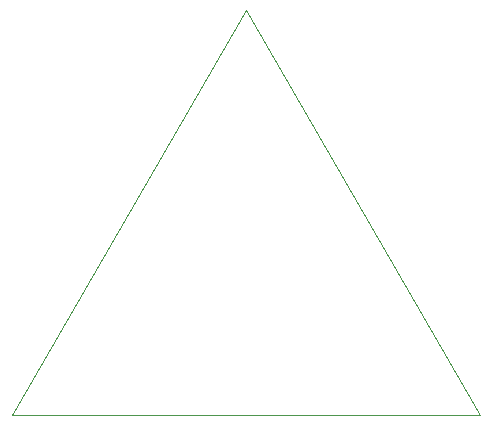
<source format=gbr>
%TF.GenerationSoftware,KiCad,Pcbnew,6.0.4-6f826c9f35~116~ubuntu18.04.1*%
%TF.CreationDate,2022-11-28T19:03:47+03:00*%
%TF.ProjectId,free_dry_electrodes_16x3_4cm,66726565-5f64-4727-995f-656c65637472,rev?*%
%TF.SameCoordinates,Original*%
%TF.FileFunction,Profile,NP*%
%FSLAX46Y46*%
G04 Gerber Fmt 4.6, Leading zero omitted, Abs format (unit mm)*
G04 Created by KiCad (PCBNEW 6.0.4-6f826c9f35~116~ubuntu18.04.1) date 2022-11-28 19:03:47*
%MOMM*%
%LPD*%
G01*
G04 APERTURE LIST*
%TA.AperFunction,Profile*%
%ADD10C,0.100000*%
%TD*%
G04 APERTURE END LIST*
D10*
X-19797341Y-11430000D02*
X19797341Y-11430000D01*
X19797341Y-11430000D02*
X0Y22860000D01*
X0Y22860000D02*
X-19797341Y-11430000D01*
M02*

</source>
